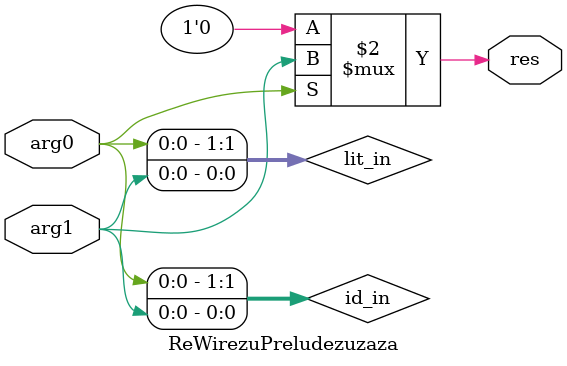
<source format=sv>
module top_level (input logic [0:0] clk,
  input logic [0:0] rst,
  input logic [0:0] __in0,
  output logic [0:0] __out0);
  logic [4:0] zll_pure_dispatch3_in;
  logic [1:0] zll_pure_dispatch_in;
  logic [1:0] zll_main_go9_in;
  logic [1:0] zll_main_go6_in;
  logic [0:0] zll_main_go6_out;
  logic [1:0] id_in;
  logic [1:0] rewirezupreludezuzazazuin;
  logic [0:0] rewirezupreludezuzaza_out;
  logic [4:0] lit_in;
  logic [4:0] zll_pure_dispatch6_in;
  logic [1:0] zll_pure_dispatch4_in;
  logic [1:0] zll_main_go3_in;
  logic [1:0] zll_main_go6_inR1;
  logic [0:0] zll_main_go6_outR1;
  logic [1:0] id_inR1;
  logic [1:0] rewirezupreludezuzazazuinR1;
  logic [0:0] rewirezupreludezuzaza_outR1;
  logic [4:0] zll_pure_dispatch1_in;
  logic [0:0] zll_main_go4_in;
  logic [1:0] zll_main_go10_in;
  logic [1:0] zll_main_go8_in;
  logic [4:0] lit_inR1;
  logic [0:0] __continue;
  logic [3:0] __resumption_tag;
  logic [3:0] __resumption_tag_next;
  assign zll_pure_dispatch3_in = {__in0, __resumption_tag};
  assign zll_pure_dispatch_in = {zll_pure_dispatch3_in[4], zll_pure_dispatch3_in[0]};
  assign zll_main_go9_in = {zll_pure_dispatch_in[0], zll_pure_dispatch_in[1]};
  assign zll_main_go6_in = {zll_main_go9_in[1], zll_main_go9_in[0]};
  ZLL_Main_go6  inst (zll_main_go6_in[1], zll_main_go6_out);
  assign id_in = {zll_main_go9_in[1], zll_main_go9_in[0]};
  assign rewirezupreludezuzazazuin = {(id_in[0] == 1'h1) ? id_in[1] : zll_main_go6_out, zll_main_go9_in[0]};
  ReWirezuPreludezuzaza  instR1 (rewirezupreludezuzazazuin[1], rewirezupreludezuzazazuin[0], rewirezupreludezuzaza_out);
  assign lit_in = {__in0, __resumption_tag};
  assign zll_pure_dispatch6_in = {__in0, __resumption_tag};
  assign zll_pure_dispatch4_in = {zll_pure_dispatch6_in[4], zll_pure_dispatch6_in[0]};
  assign zll_main_go3_in = {zll_pure_dispatch4_in[0], zll_pure_dispatch4_in[1]};
  assign zll_main_go6_inR1 = {zll_main_go3_in[1], zll_main_go3_in[0]};
  ZLL_Main_go6  instR2 (zll_main_go6_inR1[1], zll_main_go6_outR1);
  assign id_inR1 = {zll_main_go3_in[1], zll_main_go3_in[0]};
  assign rewirezupreludezuzazazuinR1 = {(id_inR1[0] == 1'h1) ? id_inR1[1] : zll_main_go6_outR1, zll_main_go3_in[0]};
  ReWirezuPreludezuzaza  instR3 (rewirezupreludezuzazazuinR1[1], rewirezupreludezuzazazuinR1[0], rewirezupreludezuzaza_outR1);
  assign zll_pure_dispatch1_in = {__in0, __resumption_tag};
  assign zll_main_go4_in = zll_pure_dispatch1_in[4];
  assign zll_main_go10_in = {zll_main_go4_in[0], zll_main_go4_in[0]};
  assign zll_main_go8_in = {zll_main_go4_in[0], zll_main_go4_in[0]};
  assign lit_inR1 = {__in0, __resumption_tag};
  assign {__continue, __out0, __resumption_tag_next} = (lit_inR1[3:1] == 3'h1) ? 5'h04 : ((zll_pure_dispatch1_in[3:1] == 3'h2) ? ((zll_main_go8_in[0] == 1'h1) ? {4'h3, zll_main_go8_in[1]} : {zll_main_go10_in[1], 3'h0, zll_main_go10_in[1]}) : ((zll_pure_dispatch6_in[3:1] == 3'h3) ? {rewirezupreludezuzaza_outR1, 4'h8} : ((lit_in[3:1] == 3'h4) ? 5'h04 : {rewirezupreludezuzaza_out, 4'h2})));
  initial __resumption_tag <= 4'h4;
  always @ (posedge clk or posedge rst) begin
    if (rst == 1'h1) begin
      __resumption_tag <= 4'h4;
    end else begin
      __resumption_tag <= __resumption_tag_next;
    end
  end
endmodule

module ZLL_Main_go6 (input logic [0:0] arg0,
  output logic [0:0] res);
  logic [1:0] rewirezupreludezuzazazuin;
  logic [0:0] rewirezupreludezuzaza_out;
  assign rewirezupreludezuzazazuin = {arg0, arg0};
  ReWirezuPreludezuzaza  inst (rewirezupreludezuzazazuin[1], rewirezupreludezuzazazuin[0], rewirezupreludezuzaza_out);
  assign res = rewirezupreludezuzaza_out;
endmodule

module ReWirezuPreludezuzaza (input logic [0:0] arg0,
  input logic [0:0] arg1,
  output logic [0:0] res);
  logic [1:0] lit_in;
  logic [1:0] id_in;
  assign lit_in = {arg0, arg1};
  assign id_in = {arg0, arg1};
  assign res = (id_in[1] == 1'h1) ? id_in[0] : 1'h0;
endmodule
</source>
